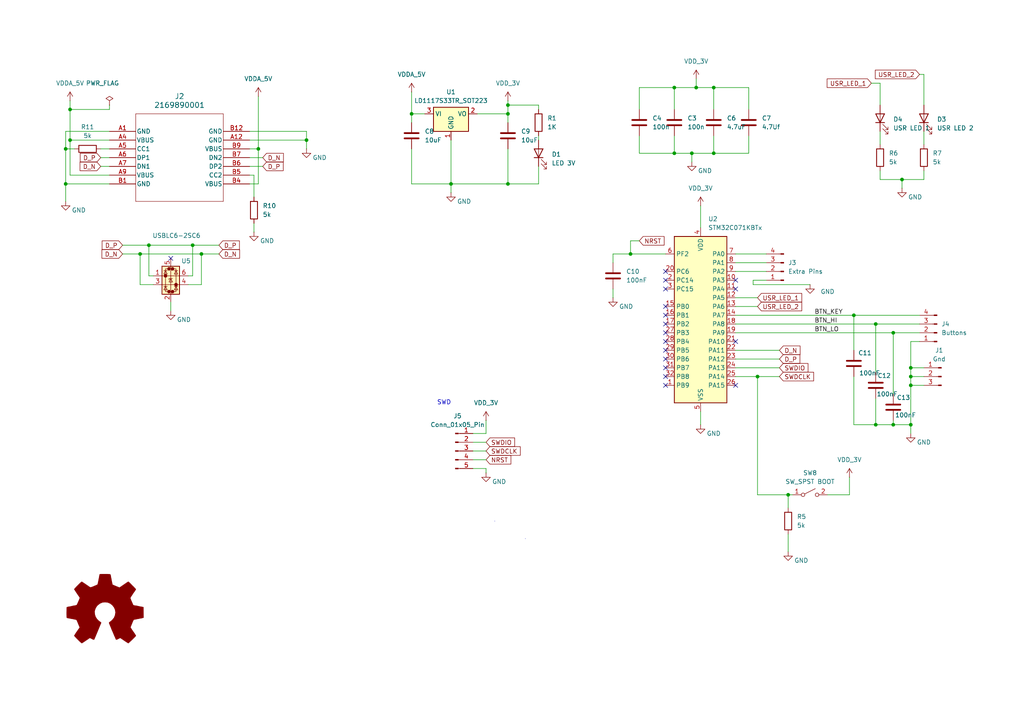
<source format=kicad_sch>
(kicad_sch (version 20231120) (generator "eeschema") (generator_version "8.0")
  (paper "A4")
  (lib_symbols
    (symbol "Connector:Conn_01x03_Pin" (pin_names (offset 1.016) hide)
      (property "Reference" "J" (at 0 5.08 0))
      (property "Value" "Conn_01x03_Pin" (at 0 -5.08 0))
      (symbol "Conn_01x03_Pin_1_1"
        (polyline (pts (xy 1.27 -2.54) (xy 0.8636 -2.54)) (stroke (width 0.1524)))
        (polyline (pts (xy 1.27 0) (xy 0.8636 0)) (stroke (width 0.1524)))
        (polyline (pts (xy 1.27 2.54) (xy 0.8636 2.54)) (stroke (width 0.1524)))
        (rectangle (start 0.8636 -2.413) (end 0 -2.667) (stroke (width 0.1524)) (fill (type outline)))
        (rectangle (start 0.8636 0.127) (end 0 -0.127) (stroke (width 0.1524)) (fill (type outline)))
        (rectangle (start 0.8636 2.667) (end 0 2.413) (stroke (width 0.1524)) (fill (type outline)))
        (pin passive line (at 5.08 2.54 180) (length 3.81) (name "Pin_1") (number "1"))
        (pin passive line (at 5.08 0 180) (length 3.81) (name "Pin_2") (number "2"))
        (pin passive line (at 5.08 -2.54 180) (length 3.81) (name "Pin_3") (number "3"))
      )
    )
    (symbol "Connector:Conn_01x04_Pin" (pin_names (offset 1.016) hide)
      (property "Reference" "J" (at 0 5.08 0))
      (property "Value" "Conn_01x04_Pin" (at 0 -7.62 0))
      (symbol "Conn_01x04_Pin_1_1"
        (polyline (pts (xy 1.27 -5.08) (xy 0.8636 -5.08)) (stroke (width 0.1524)))
        (polyline (pts (xy 1.27 -2.54) (xy 0.8636 -2.54)) (stroke (width 0.1524)))
        (polyline (pts (xy 1.27 0) (xy 0.8636 0)) (stroke (width 0.1524)))
        (polyline (pts (xy 1.27 2.54) (xy 0.8636 2.54)) (stroke (width 0.1524)))
        (rectangle (start 0.8636 -4.953) (end 0 -5.207) (stroke (width 0.1524)) (fill (type outline)))
        (rectangle (start 0.8636 -2.413) (end 0 -2.667) (stroke (width 0.1524)) (fill (type outline)))
        (rectangle (start 0.8636 0.127) (end 0 -0.127) (stroke (width 0.1524)) (fill (type outline)))
        (rectangle (start 0.8636 2.667) (end 0 2.413) (stroke (width 0.1524)) (fill (type outline)))
        (pin passive line (at 5.08 2.54 180) (length 3.81) (name "Pin_1") (number "1"))
        (pin passive line (at 5.08 0 180) (length 3.81) (name "Pin_2") (number "2"))
        (pin passive line (at 5.08 -2.54 180) (length 3.81) (name "Pin_3") (number "3"))
        (pin passive line (at 5.08 -5.08 180) (length 3.81) (name "Pin_4") (number "4"))
      )
    )
    (symbol "Connector:Conn_01x05_Pin" (pin_names (offset 1.016) hide)
      (property "Reference" "J" (at 0 7.62 0))
      (property "Value" "Conn_01x05_Pin" (at 0 -7.62 0))
      (symbol "Conn_01x05_Pin_1_1"
        (polyline (pts (xy 1.27 -5.08) (xy 0.8636 -5.08)) (stroke (width 0.1524)))
        (polyline (pts (xy 1.27 -2.54) (xy 0.8636 -2.54)) (stroke (width 0.1524)))
        (polyline (pts (xy 1.27 0) (xy 0.8636 0)) (stroke (width 0.1524)))
        (polyline (pts (xy 1.27 2.54) (xy 0.8636 2.54)) (stroke (width 0.1524)))
        (polyline (pts (xy 1.27 5.08) (xy 0.8636 5.08)) (stroke (width 0.1524)))
        (rectangle (start 0.8636 -4.953) (end 0 -5.207) (stroke (width 0.1524)) (fill (type outline)))
        (rectangle (start 0.8636 -2.413) (end 0 -2.667) (stroke (width 0.1524)) (fill (type outline)))
        (rectangle (start 0.8636 0.127) (end 0 -0.127) (stroke (width 0.1524)) (fill (type outline)))
        (rectangle (start 0.8636 2.667) (end 0 2.413) (stroke (width 0.1524)) (fill (type outline)))
        (rectangle (start 0.8636 5.207) (end 0 4.953) (stroke (width 0.1524)) (fill (type outline)))
        (pin passive line (at 5.08 5.08 180) (length 3.81) (name "Pin_1") (number "1"))
        (pin passive line (at 5.08 2.54 180) (length 3.81) (name "Pin_2") (number "2"))
        (pin passive line (at 5.08 0 180) (length 3.81) (name "Pin_3") (number "3"))
        (pin passive line (at 5.08 -2.54 180) (length 3.81) (name "Pin_4") (number "4"))
        (pin passive line (at 5.08 -5.08 180) (length 3.81) (name "Pin_5") (number "5"))
      )
    )
    (symbol "Device:C" (pin_numbers hide) (pin_names (offset 0.254))
      (property "Reference" "C" (at 0.635 2.54 0))
      (property "Value" "C" (at 0.635 -2.54 0))
      (symbol "C_0_1"
        (polyline (pts (xy -2.032 -0.762) (xy 2.032 -0.762)) (stroke (width 0.508)))
        (polyline (pts (xy -2.032 0.762) (xy 2.032 0.762)) (stroke (width 0.508)))
      )
      (symbol "C_1_1"
        (pin passive line (at 0 3.81 270) (length 2.794) (name "~") (number "1"))
        (pin passive line (at 0 -3.81 90) (length 2.794) (name "~") (number "2"))
      )
    )
    (symbol "Device:LED" (pin_numbers hide) (pin_names (offset 1.016) hide)
      (property "Reference" "D" (at 0 2.54 0))
      (property "Value" "LED" (at 0 -2.54 0))
      (symbol "LED_0_1"
        (polyline (pts (xy -1.27 -1.27) (xy -1.27 1.27)) (stroke (width 0.254)))
        (polyline (pts (xy -1.27 0) (xy 1.27 0)))
        (polyline (pts (xy 1.27 -1.27) (xy 1.27 1.27) (xy -1.27 0) (xy 1.27 -1.27)) (stroke (width 0.254)))
        (polyline (pts (xy -3.048 -0.762) (xy -4.572 -2.286) (xy -3.81 -2.286) (xy -4.572 -2.286) (xy -4.572 -1.524)))
        (polyline (pts (xy -1.778 -0.762) (xy -3.302 -2.286) (xy -2.54 -2.286) (xy -3.302 -2.286) (xy -3.302 -1.524)))
      )
      (symbol "LED_1_1"
        (pin passive line (at -3.81 0 0) (length 2.54) (name "K") (number "1"))
        (pin passive line (at 3.81 0 180) (length 2.54) (name "A") (number "2"))
      )
    )
    (symbol "Device:R" (pin_numbers hide) (pin_names (offset 0))
      (property "Reference" "R" (at 2.032 0 90))
      (property "Value" "R" (at 0 0 90))
      (symbol "R_0_1"
        (rectangle (start -1.016 -2.54) (end 1.016 2.54) (stroke (width 0.254)))
      )
      (symbol "R_1_1"
        (pin passive line (at 0 3.81 270) (length 1.27) (name "~") (number "1"))
        (pin passive line (at 0 -3.81 90) (length 1.27) (name "~") (number "2"))
      )
    )
    (symbol "Graphic:Logo_Open_Hardware_Large" (in_bom no) (on_board no)
      (symbol "Logo_Open_Hardware_Large_1_1"
        (polyline (pts (xy 6.731 -8.7122) (xy 6.6294 -8.6614) (xy 6.35 -8.4836) (xy 5.9944 -8.255) (xy 5.5372 -7.9502) (xy 5.1054 -7.6454) (xy 4.7498 -7.4168) (xy 4.4958 -7.239) (xy 4.3942 -7.1882) (xy 4.318 -7.2136) (xy 4.1148 -7.3152) (xy 3.81 -7.4676) (xy 3.6322 -7.5692) (xy 3.3528 -7.6708) (xy 3.2258 -7.6962) (xy 3.2004 -7.6708) (xy 3.0988 -7.4676) (xy 2.9464 -7.0866) (xy 2.7178 -6.604) (xy 2.4892 -6.0452) (xy 2.2352 -5.4356) (xy 1.9558 -4.826) (xy 1.7272 -4.2164) (xy 1.4986 -3.683) (xy 1.3208 -3.2512) (xy 1.2192 -2.9464) (xy 1.1684 -2.8194) (xy 1.1938 -2.794) (xy 1.3208 -2.667) (xy 1.5748 -2.4892) (xy 2.0828 -2.0574) (xy 2.6162 -1.397) (xy 2.921 -0.6604) (xy 3.048 0.1524) (xy 2.9464 0.9144) (xy 2.6416 1.6256) (xy 2.1336 2.286) (xy 1.524 2.7686) (xy 0.8128 3.0734) (xy 0 3.175) (xy -0.762 3.0988) (xy -1.4986 2.794) (xy -2.159 2.286) (xy -2.4384 1.9812) (xy -2.8194 1.3208) (xy -3.048 0.6096) (xy -3.0734 0.4318) (xy -3.0226 -0.3556) (xy -2.794 -1.0922) (xy -2.3876 -1.7526) (xy -1.8288 -2.3114) (xy -1.7526 -2.3622) (xy -1.4732 -2.5654) (xy -1.2954 -2.6924) (xy -1.1684 -2.8194) (xy -2.159 -5.207) (xy -2.3114 -5.588) (xy -2.5908 -6.2484) (xy -2.8194 -6.8072) (xy -3.0226 -7.2644) (xy -3.1496 -7.5692) (xy -3.2258 -7.6708) (xy -3.2258 -7.6962) (xy -3.302 -7.6962) (xy -3.4798 -7.6454) (xy -3.8354 -7.4676) (xy -4.0386 -7.366) (xy -4.2926 -7.239) (xy -4.4196 -7.1882) (xy -4.5212 -7.239) (xy -4.7498 -7.3914) (xy -5.1054 -7.6454) (xy -5.5372 -7.9248) (xy -5.9436 -8.2042) (xy -6.3246 -8.4582) (xy -6.604 -8.636) (xy -6.731 -8.7122) (xy -6.7564 -8.7122) (xy -6.858 -8.636) (xy -7.0866 -8.4582) (xy -7.4168 -8.1534) (xy -7.874 -7.6962) (xy -7.9502 -7.62) (xy -8.3312 -7.239) (xy -8.636 -6.9088) (xy -8.8392 -6.6802) (xy -8.9154 -6.5786) (xy -8.9154 -6.5786) (xy -8.8392 -6.4516) (xy -8.6614 -6.1722) (xy -8.4328 -5.7912) (xy -8.128 -5.3594) (xy -7.3152 -4.191) (xy -7.7724 -3.0988) (xy -7.8994 -2.7686) (xy -8.0772 -2.3622) (xy -8.2042 -2.0828) (xy -8.255 -1.9558) (xy -8.382 -1.905) (xy -8.6614 -1.8542) (xy -9.0932 -1.7526) (xy -9.6266 -1.651) (xy -10.1092 -1.5748) (xy -10.541 -1.4732) (xy -10.8712 -1.4224) (xy -11.0236 -1.397) (xy -11.049 -1.3716) (xy -11.0744 -1.2954) (xy -11.0998 -1.143) (xy -11.0998 -0.889) (xy -11.1252 -0.4572) (xy -11.1252 0.1524) (xy -11.1252 0.2286) (xy -11.0998 0.8128) (xy -11.0998 1.27) (xy -11.0744 1.5494) (xy -11.0744 1.6764) (xy -11.0744 1.6764) (xy -10.922 1.7018) (xy -10.6172 1.778) (xy -10.16 1.8542) (xy -9.652 1.9558) (xy -9.6012 1.9812) (xy -9.0932 2.0828) (xy -8.636 2.159) (xy -8.3312 2.2352) (xy -8.2042 2.286) (xy -8.1788 2.3114) (xy -8.0772 2.5146) (xy -7.9248 2.8448) (xy -7.747 3.2512) (xy -7.5692 3.6576) (xy -7.4168 4.0386) (xy -7.3152 4.318) (xy -7.2898 4.445) (xy -7.2898 4.445) (xy -7.366 4.572) (xy -7.5438 4.826) (xy -7.7978 5.207) (xy -8.128 5.6642) (xy -8.128 5.6896) (xy -8.4328 6.1468) (xy -8.6868 6.5278) (xy -8.8392 6.7818) (xy -8.9154 6.9088) (xy -8.9154 6.9088) (xy -8.8138 7.0358) (xy -8.5852 7.2898) (xy -8.255 7.6454) (xy -7.874 8.0264) (xy -7.747 8.1534) (xy -7.3152 8.5852) (xy -7.0104 8.8646) (xy -6.8326 8.9916) (xy -6.731 9.0424) (xy -6.731 9.0424) (xy -6.604 8.9408) (xy -6.3246 8.763) (xy -5.9436 8.509) (xy -5.4864 8.2042) (xy -5.461 8.1788) (xy -5.0038 7.874) (xy -4.6482 7.62) (xy -4.3688 7.4422) (xy -4.2672 7.3914) (xy -4.2418 7.3914) (xy -4.064 7.4422) (xy -3.7338 7.5438) (xy -3.3528 7.6962) (xy -2.9464 7.874) (xy -2.5654 8.0264) (xy -2.286 8.1534) (xy -2.159 8.2296) (xy -2.159 8.2296) (xy -2.1082 8.382) (xy -2.032 8.7122) (xy -1.9304 9.1694) (xy -1.8288 9.7282) (xy -1.8034 9.8044) (xy -1.7018 10.3378) (xy -1.6256 10.7696) (xy -1.5748 11.0744) (xy -1.524 11.2014) (xy -1.4478 11.2268) (xy -1.1938 11.2522) (xy -0.8128 11.2522) (xy -0.3302 11.2522) (xy 0.1524 11.2522) (xy 0.6604 11.2522) (xy 1.0668 11.2268) (xy 1.3716 11.2014) (xy 1.4986 11.176) (xy 1.4986 11.176) (xy 1.5494 11.0236) (xy 1.6256 10.6934) (xy 1.7018 10.2108) (xy 1.8288 9.6774) (xy 1.8288 9.5758) (xy 1.9304 9.0424) (xy 2.032 8.6106) (xy 2.0828 8.3058) (xy 2.1336 8.2042) (xy 2.159 8.1788) (xy 2.3876 8.0772) (xy 2.7432 7.9248) (xy 3.175 7.747) (xy 4.191 7.3406) (xy 5.461 8.2042) (xy 5.5626 8.2804) (xy 6.0198 8.5852) (xy 6.3754 8.8392) (xy 6.6294 8.9916) (xy 6.7564 9.0424) (xy 6.7564 9.0424) (xy 6.8834 8.9408) (xy 7.1374 8.7122) (xy 7.4676 8.382) (xy 7.8486 7.9756) (xy 8.1534 7.6962) (xy 8.4836 7.3406) (xy 8.7122 7.112) (xy 8.8392 6.9596) (xy 8.8646 6.858) (xy 8.8646 6.8072) (xy 8.7884 6.6802) (xy 8.6106 6.4008) (xy 8.3312 6.0198) (xy 8.0264 5.588) (xy 7.7978 5.207) (xy 7.5184 4.8006) (xy 7.3406 4.4958) (xy 7.2898 4.3434) (xy 7.2898 4.2926) (xy 7.3914 4.0386) (xy 7.5184 3.683) (xy 7.7216 3.2258) (xy 8.1534 2.2352) (xy 8.7884 2.1082) (xy 9.1948 2.0574) (xy 9.7536 1.9304) (xy 10.2616 1.8288) (xy 11.0998 1.6764) (xy 11.1252 -1.3208) (xy 10.9982 -1.3716) (xy 10.8712 -1.397) (xy 10.5664 -1.4732) (xy 10.1346 -1.5494) (xy 9.6266 -1.651) (xy 9.1948 -1.7272) (xy 8.7376 -1.8288) (xy 8.4328 -1.8796) (xy 8.2804 -1.905) (xy 8.255 -1.9558) (xy 8.1534 -2.159) (xy 7.9756 -2.5146) (xy 7.8232 -2.921) (xy 7.6454 -3.3274) (xy 7.493 -3.7338) (xy 7.366 -4.0132) (xy 7.3406 -4.191) (xy 7.3914 -4.2926) (xy 7.5692 -4.5466) (xy 7.7978 -4.9276) (xy 8.1026 -5.3594) (xy 8.4074 -5.7912) (xy 8.6614 -6.1722) (xy 8.8138 -6.4262) (xy 8.89 -6.5532) (xy 8.8646 -6.6548) (xy 8.6868 -6.858) (xy 8.3566 -7.1882) (xy 7.874 -7.6708) (xy 7.7978 -7.747) (xy 7.3914 -8.128) (xy 7.0612 -8.4328) (xy 6.8326 -8.636) (xy 6.731 -8.7122)) (fill (type outline)))
      )
    )
    (symbol "MCU_ST_STM32C0:STM32C071KBTx"
      (property "Reference" "U" (at -7.62 26.67 0))
      (property "Value" "STM32C071KBTx" (at 2.54 26.67 0))
      (symbol "STM32C071KBTx_0_1"
        (rectangle (start -7.62 -22.86) (end 7.62 25.4) (stroke (width 0.254)) (fill (type background)))
      )
      (symbol "STM32C071KBTx_1_1"
        (pin bidirectional line (at -10.16 -17.78 0) (length 2.54) (name "PB9") (number "1"))
        (pin bidirectional line (at 10.16 12.7 180) (length 2.54) (name "PA3") (number "10"))
        (pin bidirectional line (at 10.16 10.16 180) (length 2.54) (name "PA4") (number "11"))
        (pin bidirectional line (at 10.16 7.62 180) (length 2.54) (name "PA5") (number "12"))
        (pin bidirectional line (at 10.16 5.08 180) (length 2.54) (name "PA6") (number "13"))
        (pin bidirectional line (at 10.16 2.54 180) (length 2.54) (name "PA7") (number "14"))
        (pin bidirectional line (at -10.16 5.08 0) (length 2.54) (name "PB0") (number "15"))
        (pin bidirectional line (at -10.16 2.54 0) (length 2.54) (name "PB1") (number "16"))
        (pin bidirectional line (at -10.16 0 0) (length 2.54) (name "PB2") (number "17"))
        (pin bidirectional line (at 10.16 0 180) (length 2.54) (name "PA8") (number "18"))
        (pin bidirectional line (at 10.16 -2.54 180) (length 2.54) (name "PA9") (number "19"))
        (pin bidirectional line (at -10.16 12.7 0) (length 2.54) (name "PC14") (number "2"))
        (pin bidirectional line (at -10.16 15.24 0) (length 2.54) (name "PC6") (number "20"))
        (pin bidirectional line (at 10.16 -5.08 180) (length 2.54) (name "PA10") (number "21"))
        (pin bidirectional line (at 10.16 -7.62 180) (length 2.54) (name "PA11") (number "22"))
        (pin bidirectional line (at 10.16 -10.16 180) (length 2.54) (name "PA12") (number "23"))
        (pin bidirectional line (at 10.16 -12.7 180) (length 2.54) (name "PA13") (number "24"))
        (pin bidirectional line (at 10.16 -15.24 180) (length 2.54) (name "PA14") (number "25"))
        (pin bidirectional line (at 10.16 -17.78 180) (length 2.54) (name "PA15") (number "26"))
        (pin bidirectional line (at -10.16 -2.54 0) (length 2.54) (name "PB3") (number "27"))
        (pin bidirectional line (at -10.16 -5.08 0) (length 2.54) (name "PB4") (number "28"))
        (pin bidirectional line (at -10.16 -7.62 0) (length 2.54) (name "PB5") (number "29"))
        (pin bidirectional line (at -10.16 10.16 0) (length 2.54) (name "PC15") (number "3"))
        (pin bidirectional line (at -10.16 -10.16 0) (length 2.54) (name "PB6") (number "30"))
        (pin bidirectional line (at -10.16 -12.7 0) (length 2.54) (name "PB7") (number "31"))
        (pin bidirectional line (at -10.16 -15.24 0) (length 2.54) (name "PB8") (number "32"))
        (pin power_in line (at 0 27.94 270) (length 2.54) (name "VDD") (number "4"))
        (pin power_in line (at 0 -25.4 90) (length 2.54) (name "VSS") (number "5"))
        (pin bidirectional line (at -10.16 20.32 0) (length 2.54) (name "PF2") (number "6"))
        (pin bidirectional line (at 10.16 20.32 180) (length 2.54) (name "PA0") (number "7"))
        (pin bidirectional line (at 10.16 17.78 180) (length 2.54) (name "PA1") (number "8"))
        (pin bidirectional line (at 10.16 15.24 180) (length 2.54) (name "PA2") (number "9"))
      )
    )
    (symbol "Power_Protection:USBLC6-2SC6" (pin_names hide)
      (property "Reference" "U" (at 0.635 5.715 0))
      (property "Value" "USBLC6-2SC6" (at 0.635 3.81 0))
      (symbol "USBLC6-2SC6_0_0"
        (circle (center -1.524 0) (radius 0.0001) (stroke (width 0.508)))
        (circle (center -0.508 -4.572) (radius 0.0001) (stroke (width 0.508)))
        (circle (center -0.508 2.032) (radius 0.0001) (stroke (width 0.508)))
        (circle (center 0.508 -4.572) (radius 0.0001) (stroke (width 0.508)))
        (circle (center 0.508 2.032) (radius 0.0001) (stroke (width 0.508)))
        (circle (center 1.524 -2.54) (radius 0.0001) (stroke (width 0.508)))
      )
      (symbol "USBLC6-2SC6_0_1"
        (polyline (pts (xy -2.54 -2.54) (xy 2.54 -2.54)))
        (polyline (pts (xy -2.54 0) (xy 2.54 0)))
        (polyline (pts (xy -2.032 -3.048) (xy -1.016 -3.048)))
        (polyline (pts (xy -1.016 1.524) (xy -2.032 1.524)))
        (polyline (pts (xy 1.016 -3.048) (xy 2.032 -3.048)))
        (polyline (pts (xy 1.016 1.524) (xy 2.032 1.524)))
        (polyline (pts (xy -0.508 -1.143) (xy -0.508 -0.762) (xy 0.508 -0.762)))
        (polyline (pts (xy -2.032 0.508) (xy -1.016 0.508) (xy -1.524 1.524) (xy -2.032 0.508)))
        (polyline (pts (xy -1.016 -4.064) (xy -2.032 -4.064) (xy -1.524 -3.048) (xy -1.016 -4.064)))
        (polyline (pts (xy 0.508 -1.778) (xy -0.508 -1.778) (xy 0 -0.762) (xy 0.508 -1.778)))
        (polyline (pts (xy 2.032 -4.064) (xy 1.016 -4.064) (xy 1.524 -3.048) (xy 2.032 -4.064)))
        (polyline (pts (xy 2.032 0.508) (xy 1.016 0.508) (xy 1.524 1.524) (xy 2.032 0.508)))
        (polyline (pts (xy 0 2.54) (xy -0.508 2.032) (xy 0.508 2.032) (xy 0 1.524) (xy 0 -4.064) (xy -0.508 -4.572) (xy 0.508 -4.572) (xy 0 -5.08)))
      )
      (symbol "USBLC6-2SC6_1_1"
        (rectangle (start -2.54 2.794) (end 2.54 -5.334) (stroke (width 0.254)) (fill (type background)))
        (polyline (pts (xy -0.508 2.032) (xy -1.524 2.032) (xy -1.524 -4.572) (xy -0.508 -4.572)))
        (polyline (pts (xy 0.508 -4.572) (xy 1.524 -4.572) (xy 1.524 2.032) (xy 0.508 2.032)))
        (pin passive line (at -5.08 0 0) (length 2.54) (name "I/O1") (number "1"))
        (pin passive line (at 0 -7.62 90) (length 2.54) (name "GND") (number "2"))
        (pin passive line (at -5.08 -2.54 0) (length 2.54) (name "I/O2") (number "3"))
        (pin passive line (at 5.08 -2.54 180) (length 2.54) (name "I/O2") (number "4"))
        (pin passive line (at 0 5.08 270) (length 2.54) (name "VBUS") (number "5"))
        (pin passive line (at 5.08 0 180) (length 2.54) (name "I/O1") (number "6"))
      )
    )
    (symbol "Regulator_Linear:LD1117S33TR_SOT223"
      (property "Reference" "U" (at -3.81 3.175 0))
      (property "Value" "LD1117S33TR_SOT223" (at 0 3.175 0))
      (symbol "LD1117S33TR_SOT223_0_1"
        (rectangle (start -5.08 -5.08) (end 5.08 1.905) (stroke (width 0.254)) (fill (type background)))
      )
      (symbol "LD1117S33TR_SOT223_1_1"
        (pin power_in line (at 0 -7.62 90) (length 2.54) (name "GND") (number "1"))
        (pin power_out line (at 7.62 0 180) (length 2.54) (name "VO") (number "2"))
        (pin power_in line (at -7.62 0 0) (length 2.54) (name "VI") (number "3"))
      )
    )
    (symbol "Switch:SW_SPST" (pin_names (offset 0) hide)
      (property "Reference" "SW" (at 0 3.175 0))
      (property "Value" "SW_SPST" (at 0 -2.54 0))
      (symbol "SW_SPST_0_0"
        (circle (center -2.032 0) (radius 0.508))
        (polyline (pts (xy -1.524 0.254) (xy 1.524 1.778)))
        (circle (center 2.032 0) (radius 0.508))
      )
      (symbol "SW_SPST_1_1"
        (pin passive line (at -5.08 0 0) (length 2.54) (name "A") (number "1"))
        (pin passive line (at 5.08 0 180) (length 2.54) (name "B") (number "2"))
      )
    )
    (symbol "USB Connector:2169890001" (pin_names (offset 0.254))
      (property "Reference" "J" (at 20.32 10.16 0))
      (property "Value" "2169890001" (at 20.32 7.62 0))
      (symbol "2169890001_0_1"
        (polyline (pts (xy 7.62 -20.32) (xy 33.02 -20.32)) (stroke (width 0.127)))
        (polyline (pts (xy 7.62 5.08) (xy 7.62 -20.32)) (stroke (width 0.127)))
        (polyline (pts (xy 33.02 -20.32) (xy 33.02 5.08)) (stroke (width 0.127)))
        (polyline (pts (xy 33.02 5.08) (xy 7.62 5.08)) (stroke (width 0.127)))
        (pin power_out line (at 0 0 0) (length 7.62) (name "GND") (number "A1"))
        (pin power_out line (at 40.64 -2.54 180) (length 7.62) (name "GND") (number "A12"))
        (pin power_in line (at 0 -2.54 0) (length 7.62) (name "VBUS") (number "A4"))
        (pin bidirectional line (at 0 -5.08 0) (length 7.62) (name "CC1") (number "A5"))
        (pin bidirectional line (at 0 -7.62 0) (length 7.62) (name "DP1") (number "A6"))
        (pin bidirectional line (at 0 -10.16 0) (length 7.62) (name "DN1") (number "A7"))
        (pin power_in line (at 0 -12.7 0) (length 7.62) (name "VBUS") (number "A9"))
        (pin power_out line (at 0 -15.24 0) (length 7.62) (name "GND") (number "B1"))
        (pin power_out line (at 40.64 0 180) (length 7.62) (name "GND") (number "B12"))
        (pin power_in line (at 40.64 -15.24 180) (length 7.62) (name "VBUS") (number "B4"))
        (pin bidirectional line (at 40.64 -12.7 180) (length 7.62) (name "CC2") (number "B5"))
        (pin bidirectional line (at 40.64 -10.16 180) (length 7.62) (name "DP2") (number "B6"))
        (pin bidirectional line (at 40.64 -7.62 180) (length 7.62) (name "DN2") (number "B7"))
        (pin power_in line (at 40.64 -5.08 180) (length 7.62) (name "VBUS") (number "B9"))
      )
    )
    (symbol "power:GND" (power) (pin_numbers hide) (pin_names (offset 0) hide)
      (property "Value" "GND" (at 0 -3.81 0))
      (symbol "GND_0_1"
        (polyline (pts (xy 0 0) (xy 0 -1.27) (xy 1.27 -1.27) (xy 0 -2.54) (xy -1.27 -1.27) (xy 0 -1.27)))
      )
      (symbol "GND_1_1"
        (pin power_in line (at 0 0 270) (length 0) (name "~") (number "1"))
      )
    )
    (symbol "power:PWR_FLAG" (power) (pin_numbers hide) (pin_names (offset 0) hide)
      (property "Value" "PWR_FLAG" (at 0 3.81 0))
      (symbol "PWR_FLAG_0_0"
        (pin power_out line (at 0 0 90) (length 0) (name "~") (number "1"))
      )
      (symbol "PWR_FLAG_0_1"
        (polyline (pts (xy 0 0) (xy 0 1.27) (xy -1.016 1.905) (xy 0 2.54) (xy 1.016 1.905) (xy 0 1.27)))
      )
    )
    (symbol "power:VDD" (power) (pin_numbers hide) (pin_names (offset 0) hide)
      (property "Value" "VDD" (at 0 3.556 0))
      (symbol "VDD_0_1"
        (polyline (pts (xy -0.762 1.27) (xy 0 2.54)))
        (polyline (pts (xy 0 0) (xy 0 2.54)))
        (polyline (pts (xy 0 2.54) (xy 0.762 1.27)))
      )
      (symbol "VDD_1_1"
        (pin power_in line (at 0 0 90) (length 0) (name "~") (number "1"))
      )
    )
    (symbol "power:VDDA" (power) (pin_numbers hide) (pin_names (offset 0) hide)
      (property "Value" "VDDA" (at 0 3.556 0))
      (symbol "VDDA_0_1"
        (polyline (pts (xy -0.762 1.27) (xy 0 2.54)))
        (polyline (pts (xy 0 0) (xy 0 2.54)))
        (polyline (pts (xy 0 2.54) (xy 0.762 1.27)))
      )
      (symbol "VDDA_1_1"
        (pin power_in line (at 0 0 90) (length 0) (name "~") (number "1"))
      )
    )
  )
  (junction (at 254 123.19))
  (junction (at 200.66 44.45))
  (junction (at 20.32 31.75))
  (junction (at 55.88 71.12))
  (junction (at 264.16 109.22))
  (junction (at 119.38 33.02))
  (junction (at 195.58 44.45))
  (junction (at 19.05 53.34))
  (junction (at 264.16 106.68))
  (junction (at 247.65 91.44))
  (junction (at 195.58 25.4))
  (junction (at 182.88 73.66))
  (junction (at 207.01 44.45))
  (junction (at 74.93 43.18))
  (junction (at 201.93 25.4))
  (junction (at 264.16 111.76))
  (junction (at 261.62 52.07))
  (junction (at 20.32 40.64))
  (junction (at 207.01 25.4))
  (junction (at 147.32 30.48))
  (junction (at 254 93.98))
  (junction (at 88.9 40.64))
  (junction (at 147.32 53.34))
  (junction (at 40.64 73.66))
  (junction (at 259.08 123.19))
  (junction (at 228.6 143.51))
  (junction (at 259.08 96.52))
  (junction (at 219.71 109.22))
  (junction (at 58.42 73.66))
  (junction (at 147.32 33.02))
  (junction (at 264.16 123.19))
  (junction (at 19.05 43.18))
  (junction (at 130.81 53.34))
  (junction (at 43.18 71.12))
  (no_connect (at 213.36 83.82))
  (no_connect (at 193.04 101.6))
  (no_connect (at 193.04 104.14))
  (no_connect (at 213.36 99.06))
  (no_connect (at 193.04 99.06))
  (no_connect (at 193.04 81.28))
  (no_connect (at 193.04 109.22))
  (no_connect (at 193.04 88.9))
  (no_connect (at 193.04 111.76))
  (no_connect (at 193.04 93.98))
  (no_connect (at 49.53 74.93))
  (no_connect (at 213.36 111.76))
  (no_connect (at 193.04 91.44))
  (no_connect (at 193.04 96.52))
  (no_connect (at 193.04 78.74))
  (no_connect (at 213.36 81.28))
  (no_connect (at 193.04 83.82))
  (no_connect (at 193.04 106.68))
  (wire (pts (xy 185.42 69.85) (xy 182.88 69.85)))
  (wire (pts (xy 207.01 25.4) (xy 217.17 25.4)))
  (wire (pts (xy 264.16 106.68) (xy 267.97 106.68)))
  (wire (pts (xy 147.32 33.02) (xy 147.32 35.56)))
  (wire (pts (xy 201.93 22.86) (xy 201.93 25.4)))
  (wire (pts (xy 137.16 135.89) (xy 140.97 135.89)))
  (wire (pts (xy 88.9 40.64) (xy 88.9 43.18)))
  (wire (pts (xy 74.93 53.34) (xy 74.93 43.18)))
  (wire (pts (xy 72.39 53.34) (xy 74.93 53.34)))
  (wire (pts (xy 147.32 33.02) (xy 147.32 30.48)))
  (wire (pts (xy 213.36 78.74) (xy 222.25 78.74)))
  (wire (pts (xy 217.17 25.4) (xy 217.17 31.75)))
  (wire (pts (xy 29.21 43.18) (xy 31.75 43.18)))
  (wire (pts (xy 147.32 43.18) (xy 147.32 53.34)))
  (wire (pts (xy 182.88 73.66) (xy 193.04 73.66)))
  (wire (pts (xy 72.39 38.1) (xy 88.9 38.1)))
  (wire (pts (xy 264.16 111.76) (xy 267.97 111.76)))
  (wire (pts (xy 29.21 48.26) (xy 31.75 48.26)))
  (wire (pts (xy 156.21 30.48) (xy 156.21 31.75)))
  (wire (pts (xy 137.16 125.73) (xy 140.97 125.73)))
  (wire (pts (xy 200.66 44.45) (xy 207.01 44.45)))
  (wire (pts (xy 147.32 30.48) (xy 156.21 30.48)))
  (wire (pts (xy 267.97 52.07) (xy 267.97 49.53)))
  (wire (pts (xy 267.97 21.59) (xy 267.97 30.48)))
  (wire (pts (xy 213.36 91.44) (xy 247.65 91.44)))
  (wire (pts (xy 156.21 48.26) (xy 156.21 53.34)))
  (wire (pts (xy 255.27 49.53) (xy 255.27 52.07)))
  (wire (pts (xy 137.16 130.81) (xy 140.97 130.81)))
  (wire (pts (xy 264.16 109.22) (xy 267.97 109.22)))
  (wire (pts (xy 261.62 52.07) (xy 267.97 52.07)))
  (wire (pts (xy 240.03 143.51) (xy 246.38 143.51)))
  (wire (pts (xy 185.42 44.45) (xy 195.58 44.45)))
  (wire (pts (xy 213.36 106.68) (xy 226.06 106.68)))
  (wire (pts (xy 29.21 45.72) (xy 31.75 45.72)))
  (wire (pts (xy 44.45 82.55) (xy 40.64 82.55)))
  (wire (pts (xy 119.38 33.02) (xy 119.38 35.56)))
  (wire (pts (xy 213.36 104.14) (xy 226.06 104.14)))
  (wire (pts (xy 73.66 50.8) (xy 73.66 57.15)))
  (wire (pts (xy 19.05 43.18) (xy 21.59 43.18)))
  (wire (pts (xy 20.32 50.8) (xy 20.32 40.64)))
  (wire (pts (xy 207.01 39.37) (xy 207.01 44.45)))
  (wire (pts (xy 54.61 80.01) (xy 55.88 80.01)))
  (wire (pts (xy 200.66 44.45) (xy 200.66 46.99)))
  (wire (pts (xy 140.97 125.73) (xy 140.97 121.92)))
  (wire (pts (xy 156.21 53.34) (xy 147.32 53.34)))
  (wire (pts (xy 213.36 73.66) (xy 222.25 73.66)))
  (wire (pts (xy 20.32 31.75) (xy 20.32 29.21)))
  (wire (pts (xy 219.71 109.22) (xy 219.71 143.51)))
  (wire (pts (xy 31.75 30.48) (xy 31.75 31.75)))
  (wire (pts (xy 228.6 143.51) (xy 229.87 143.51)))
  (wire (pts (xy 203.2 59.69) (xy 203.2 66.04)))
  (wire (pts (xy 19.05 53.34) (xy 19.05 58.42)))
  (wire (pts (xy 58.42 73.66) (xy 63.5 73.66)))
  (wire (pts (xy 259.08 96.52) (xy 266.7 96.52)))
  (wire (pts (xy 55.88 80.01) (xy 55.88 71.12)))
  (wire (pts (xy 195.58 39.37) (xy 195.58 44.45)))
  (wire (pts (xy 213.36 109.22) (xy 219.71 109.22)))
  (wire (pts (xy 72.39 43.18) (xy 74.93 43.18)))
  (wire (pts (xy 255.27 52.07) (xy 261.62 52.07)))
  (wire (pts (xy 207.01 25.4) (xy 207.01 31.75)))
  (wire (pts (xy 123.19 33.02) (xy 119.38 33.02)))
  (wire (pts (xy 185.42 25.4) (xy 195.58 25.4)))
  (wire (pts (xy 119.38 26.67) (xy 119.38 33.02)))
  (wire (pts (xy 219.71 143.51) (xy 228.6 143.51)))
  (wire (pts (xy 182.88 69.85) (xy 182.88 73.66)))
  (wire (pts (xy 43.18 80.01) (xy 44.45 80.01)))
  (wire (pts (xy 246.38 143.51) (xy 246.38 138.43)))
  (wire (pts (xy 254 123.19) (xy 259.08 123.19)))
  (wire (pts (xy 72.39 45.72) (xy 76.2 45.72)))
  (wire (pts (xy 247.65 123.19) (xy 254 123.19)))
  (wire (pts (xy 213.36 101.6) (xy 226.06 101.6)))
  (wire (pts (xy 228.6 147.32) (xy 228.6 143.51)))
  (wire (pts (xy 43.18 71.12) (xy 43.18 80.01)))
  (wire (pts (xy 35.56 71.12) (xy 43.18 71.12)))
  (wire (pts (xy 247.65 91.44) (xy 266.7 91.44)))
  (wire (pts (xy 185.42 39.37) (xy 185.42 44.45)))
  (wire (pts (xy 264.16 106.68) (xy 264.16 99.06)))
  (wire (pts (xy 130.81 40.64) (xy 130.81 53.34)))
  (wire (pts (xy 234.95 82.55) (xy 218.44 82.55)))
  (wire (pts (xy 267.97 38.1) (xy 267.97 41.91)))
  (wire (pts (xy 54.61 82.55) (xy 58.42 82.55)))
  (wire (pts (xy 73.66 50.8) (xy 72.39 50.8)))
  (wire (pts (xy 247.65 123.19) (xy 247.65 109.22)))
  (wire (pts (xy 156.21 39.37) (xy 156.21 40.64)))
  (wire (pts (xy 264.16 109.22) (xy 264.16 106.68)))
  (wire (pts (xy 195.58 44.45) (xy 200.66 44.45)))
  (wire (pts (xy 20.32 50.8) (xy 31.75 50.8)))
  (wire (pts (xy 137.16 128.27) (xy 140.97 128.27)))
  (wire (pts (xy 217.17 44.45) (xy 217.17 39.37)))
  (wire (pts (xy 213.36 93.98) (xy 254 93.98)))
  (wire (pts (xy 55.88 71.12) (xy 63.5 71.12)))
  (wire (pts (xy 74.93 43.18) (xy 74.93 27.94)))
  (wire (pts (xy 137.16 133.35) (xy 140.97 133.35)))
  (wire (pts (xy 201.93 25.4) (xy 207.01 25.4)))
  (wire (pts (xy 138.43 33.02) (xy 147.32 33.02)))
  (wire (pts (xy 218.44 82.55) (xy 218.44 81.28)))
  (wire (pts (xy 130.81 53.34) (xy 119.38 53.34)))
  (wire (pts (xy 254 115.57) (xy 254 123.19)))
  (wire (pts (xy 252.73 24.13) (xy 255.27 24.13)))
  (wire (pts (xy 261.62 52.07) (xy 261.62 54.61)))
  (wire (pts (xy 20.32 40.64) (xy 20.32 31.75)))
  (wire (pts (xy 177.8 73.66) (xy 177.8 76.2)))
  (wire (pts (xy 259.08 121.92) (xy 259.08 123.19)))
  (wire (pts (xy 130.81 53.34) (xy 130.81 55.88)))
  (wire (pts (xy 264.16 125.73) (xy 264.16 123.19)))
  (wire (pts (xy 119.38 53.34) (xy 119.38 43.18)))
  (wire (pts (xy 247.65 91.44) (xy 247.65 101.6)))
  (wire (pts (xy 255.27 38.1) (xy 255.27 41.91)))
  (wire (pts (xy 72.39 40.64) (xy 88.9 40.64)))
  (wire (pts (xy 58.42 73.66) (xy 58.42 82.55)))
  (wire (pts (xy 203.2 119.38) (xy 203.2 123.19)))
  (wire (pts (xy 147.32 30.48) (xy 147.32 29.21)))
  (wire (pts (xy 177.8 73.66) (xy 182.88 73.66)))
  (wire (pts (xy 259.08 96.52) (xy 259.08 114.3)))
  (wire (pts (xy 219.71 109.22) (xy 226.06 109.22)))
  (wire (pts (xy 19.05 53.34) (xy 31.75 53.34)))
  (wire (pts (xy 40.64 73.66) (xy 58.42 73.66)))
  (wire (pts (xy 213.36 76.2) (xy 222.25 76.2)))
  (wire (pts (xy 140.97 135.89) (xy 140.97 137.16)))
  (wire (pts (xy 195.58 25.4) (xy 195.58 31.75)))
  (wire (pts (xy 185.42 31.75) (xy 185.42 25.4)))
  (wire (pts (xy 264.16 99.06) (xy 266.7 99.06)))
  (wire (pts (xy 19.05 43.18) (xy 19.05 53.34)))
  (wire (pts (xy 259.08 123.19) (xy 264.16 123.19)))
  (wire (pts (xy 20.32 40.64) (xy 31.75 40.64)))
  (wire (pts (xy 88.9 38.1) (xy 88.9 40.64)))
  (wire (pts (xy 72.39 48.26) (xy 76.2 48.26)))
  (wire (pts (xy 130.81 53.34) (xy 147.32 53.34)))
  (wire (pts (xy 264.16 123.19) (xy 264.16 111.76)))
  (wire (pts (xy 19.05 38.1) (xy 31.75 38.1)))
  (wire (pts (xy 43.18 71.12) (xy 55.88 71.12)))
  (wire (pts (xy 213.36 96.52) (xy 259.08 96.52)))
  (wire (pts (xy 255.27 24.13) (xy 255.27 30.48)))
  (wire (pts (xy 213.36 86.36) (xy 219.71 86.36)))
  (wire (pts (xy 254 93.98) (xy 254 107.95)))
  (wire (pts (xy 40.64 82.55) (xy 40.64 73.66)))
  (wire (pts (xy 213.36 88.9) (xy 219.71 88.9)))
  (wire (pts (xy 195.58 25.4) (xy 201.93 25.4)))
  (wire (pts (xy 19.05 38.1) (xy 19.05 43.18)))
  (wire (pts (xy 254 93.98) (xy 266.7 93.98)))
  (wire (pts (xy 49.53 87.63) (xy 49.53 90.17)))
  (wire (pts (xy 218.44 81.28) (xy 222.25 81.28)))
  (wire (pts (xy 31.75 31.75) (xy 20.32 31.75)))
  (wire (pts (xy 264.16 111.76) (xy 264.16 109.22)))
  (wire (pts (xy 228.6 154.94) (xy 228.6 160.02)))
  (wire (pts (xy 35.56 73.66) (xy 40.64 73.66)))
  (wire (pts (xy 207.01 44.45) (xy 217.17 44.45)))
  (wire (pts (xy 73.66 64.77) (xy 73.66 67.31)))
  (wire (pts (xy 177.8 86.36) (xy 177.8 83.82)))
  (wire (pts (xy 266.7 21.59) (xy 267.97 21.59)))
  (rectangle (start 152.4 156.21) (end 152.4 156.21))
  (rectangle (start 143.51 151.13) (end 143.51 151.13))
  (text "SWD \n" (at 129.286 116.84 0) (effects (font (size 1.27 1.27))))
  (label "BTN_HI" (at 236.22 93.98 0))
  (label "BTN_LO" (at 236.22 96.52 0))
  (label "BTN_KEY" (at 236.22 91.44 0))
  (global_label "D_P" (shape input) (at 29.21 45.72 180) (property "Intersheetrefs" "${INTERSHEET_REFS}" (effects (hide yes))))
  (global_label "SWDIO" (shape input) (at 140.97 128.27 0) (property "Intersheetrefs" "${INTERSHEET_REFS}" (effects (hide yes))))
  (global_label "D_P" (shape input) (at 76.2 48.26 0) (property "Intersheetrefs" "${INTERSHEET_REFS}" (effects (hide yes))))
  (global_label "D_N" (shape input) (at 29.21 48.26 180) (property "Intersheetrefs" "${INTERSHEET_REFS}" (effects (hide yes))))
  (global_label "USR_LED_2" (shape input) (at 219.71 88.9 0) (property "Intersheetrefs" "${INTERSHEET_REFS}" (effects (hide yes))))
  (global_label "D_N" (shape input) (at 76.2 45.72 0) (property "Intersheetrefs" "${INTERSHEET_REFS}" (effects (hide yes))))
  (global_label "NRST" (shape input) (at 185.42 69.85 0) (property "Intersheetrefs" "${INTERSHEET_REFS}" (effects (hide yes))))
  (global_label "D_P" (shape input) (at 226.06 104.14 0) (property "Intersheetrefs" "${INTERSHEET_REFS}" (effects (hide yes))))
  (global_label "D_N" (shape input) (at 35.56 73.66 180) (property "Intersheetrefs" "${INTERSHEET_REFS}" (effects (hide yes))))
  (global_label "USR_LED_1" (shape input) (at 219.71 86.36 0) (property "Intersheetrefs" "${INTERSHEET_REFS}" (effects (hide yes))))
  (global_label "D_P" (shape input) (at 63.5 71.12 0) (property "Intersheetrefs" "${INTERSHEET_REFS}" (effects (hide yes))))
  (global_label "D_P" (shape input) (at 35.56 71.12 180) (property "Intersheetrefs" "${INTERSHEET_REFS}" (effects (hide yes))))
  (global_label "NRST" (shape input) (at 140.97 133.35 0) (property "Intersheetrefs" "${INTERSHEET_REFS}" (effects (hide yes))))
  (global_label "SWDCLK" (shape input) (at 226.06 109.22 0) (property "Intersheetrefs" "${INTERSHEET_REFS}" (effects (hide yes))))
  (global_label "USR_LED_2" (shape input) (at 266.7 21.59 180) (property "Intersheetrefs" "${INTERSHEET_REFS}" (effects (hide yes))))
  (global_label "SWDCLK" (shape input) (at 140.97 130.81 0) (property "Intersheetrefs" "${INTERSHEET_REFS}" (effects (hide yes))))
  (global_label "SWDIO" (shape input) (at 226.06 106.68 0) (property "Intersheetrefs" "${INTERSHEET_REFS}" (effects (hide yes))))
  (global_label "D_N" (shape input) (at 63.5 73.66 0) (property "Intersheetrefs" "${INTERSHEET_REFS}" (effects (hide yes))))
  (global_label "USR_LED_1" (shape input) (at 252.73 24.13 180) (property "Intersheetrefs" "${INTERSHEET_REFS}" (effects (hide yes))))
  (global_label "D_N" (shape input) (at 226.06 101.6 0) (property "Intersheetrefs" "${INTERSHEET_REFS}" (effects (hide yes))))
  (symbol (lib_id "Regulator_Linear:LD1117S33TR_SOT223") (at 130.81 33.02 0) (unit 1)
    (property "Reference" "U1" (at 130.81 26.67 0))
    (property "Value" "LD1117S33TR_SOT223" (at 130.81 29.21 0))
    (property "Footprint" "Package_TO_SOT_SMD:SOT-223-3_TabPin2" (effects (hide yes)))
    (property "Datasheet" "http://www.st.com/st-web-ui/static/active/en/resource/technical/document/datasheet/CD00000544.pdf" (effects (hide yes)))
    (property "Description" "800mA Fixed Low Drop Positive Voltage Regulator, Fixed Output 3.3V, SOT-223" (effects (hide yes)))
  )
  (symbol (lib_id "Device:C") (at 207.01 35.56 0) (unit 1)
    (property "Reference" "C6" (at 210.82 34.2899 0) (effects (justify left)))
    (property "Value" "4.7uF" (at 210.82 36.8299 0) (effects (justify left)))
    (property "Footprint" "Capacitor_SMD:C_0805_2012Metric_Pad1.18x1.45mm_HandSolder" (effects (hide yes)))
    (property "Description" "Unpolarized capacitor" (effects (hide yes)))
  )
  (symbol (lib_id "Device:C") (at 217.17 35.56 0) (unit 1)
    (property "Reference" "C7" (at 220.98 34.2899 0) (effects (justify left)))
    (property "Value" "4.7Uf" (at 220.98 36.8299 0) (effects (justify left)))
    (property "Footprint" "Capacitor_SMD:C_0805_2012Metric_Pad1.18x1.45mm_HandSolder" (effects (hide yes)))
    (property "Description" "Unpolarized capacitor" (effects (hide yes)))
  )
  (symbol (lib_id "Device:R") (at 25.4 43.18 270) (unit 1)
    (property "Reference" "R11" (at 25.4 36.83 90))
    (property "Value" "5k" (at 25.4 39.37 90))
    (property "Footprint" "Resistor_SMD:R_0805_2012Metric_Pad1.20x1.40mm_HandSolder" (effects (hide yes)))
    (property "Description" "Resistor" (effects (hide yes)))
  )
  (symbol (lib_id "power:GND") (at 177.8 86.36 0) (unit 1)
    (property "Reference" "#PWR011" (effects (hide yes)))
    (property "Value" "GND" (at 181.61 88.9 0))
    (property "Description" "Power symbol creates a global label with name \"GND\" , ground" (effects (hide yes)))
  )
  (symbol (lib_id "power:VDD") (at 246.38 138.43 0) (unit 1)
    (property "Reference" "#PWR015" (effects (hide yes)))
    (property "Value" "VDD_3V" (at 246.38 133.35 0))
    (property "Description" "Power symbol creates a global label with name \"VDD\"" (effects (hide yes)))
  )
  (symbol (lib_id "power:GND") (at 130.81 55.88 0) (unit 1)
    (property "Reference" "#PWR010" (effects (hide yes)))
    (property "Value" "GND" (at 134.62 58.42 0))
    (property "Description" "Power symbol creates a global label with name \"GND\" , ground" (effects (hide yes)))
  )
  (symbol (lib_id "Device:C") (at 195.58 35.56 0) (unit 1)
    (property "Reference" "C3" (at 199.39 34.2899 0) (effects (justify left)))
    (property "Value" "100n" (at 199.39 36.8299 0) (effects (justify left)))
    (property "Footprint" "Capacitor_SMD:C_0805_2012Metric_Pad1.18x1.45mm_HandSolder" (effects (hide yes)))
    (property "Description" "Unpolarized capacitor" (effects (hide yes)))
  )
  (symbol (lib_id "power:VDD") (at 147.32 29.21 0) (unit 1)
    (property "Reference" "#PWR09" (effects (hide yes)))
    (property "Value" "VDD_3V" (at 147.32 24.13 0))
    (property "Description" "Power symbol creates a global label with name \"VDD\"" (effects (hide yes)))
  )
  (symbol (lib_id "power:GND") (at 88.9 43.18 0) (unit 1)
    (property "Reference" "#PWR022" (effects (hide yes)))
    (property "Value" "GND" (at 92.71 45.72 0))
    (property "Description" "Power symbol creates a global label with name \"GND\" , ground" (effects (hide yes)))
  )
  (symbol (lib_id "Device:R") (at 267.97 45.72 0) (unit 1)
    (property "Reference" "R7" (at 270.51 44.4499 0) (effects (justify left)))
    (property "Value" "5k" (at 270.51 46.9899 0) (effects (justify left)))
    (property "Footprint" "Resistor_SMD:R_0805_2012Metric_Pad1.20x1.40mm_HandSolder" (effects (hide yes)))
    (property "Description" "Resistor" (effects (hide yes)))
  )
  (symbol (lib_id "Device:LED") (at 255.27 34.29 90) (unit 1)
    (property "Reference" "D4" (at 259.08 34.6074 90) (effects (justify right)))
    (property "Value" "USR LED 1" (at 259.08 37.1474 90) (effects (justify right)))
    (property "Footprint" "LED_SMD:LED_0805_2012Metric_Pad1.15x1.40mm_HandSolder" (effects (hide yes)))
    (property "Description" "Light emitting diode" (effects (hide yes)))
  )
  (symbol (lib_id "power:GND") (at 261.62 54.61 0) (unit 1)
    (property "Reference" "#PWR020" (effects (hide yes)))
    (property "Value" "GND" (at 265.43 57.15 0))
    (property "Description" "Power symbol creates a global label with name \"GND\" , ground" (effects (hide yes)))
  )
  (symbol (lib_id "power:GND") (at 203.2 123.19 0) (unit 1)
    (property "Reference" "#PWR04" (effects (hide yes)))
    (property "Value" "GND" (at 207.01 125.73 0))
    (property "Description" "Power symbol creates a global label with name \"GND\" , ground" (effects (hide yes)))
  )
  (symbol (lib_id "Connector:Conn_01x04_Pin") (at 227.33 78.74 180) (unit 1)
    (property "Reference" "J3" (at 228.6 76.1999 0) (effects (justify right)))
    (property "Value" "Extra Pins" (at 228.6 78.7399 0) (effects (justify right)))
    (property "Footprint" "Connector_PinSocket_2.54mm:PinSocket_1x04_P2.54mm_Vertical" (effects (hide yes)))
    (property "Description" "Generic connector, single row, 01x04, script generated" (effects (hide yes)))
  )
  (symbol (lib_id "power:GND") (at 49.53 90.17 0) (unit 1)
    (property "Reference" "#PWR026" (effects (hide yes)))
    (property "Value" "GND" (at 53.34 92.71 0))
    (property "Description" "Power symbol creates a global label with name \"GND\" , ground" (effects (hide yes)))
  )
  (symbol (lib_id "Device:C") (at 147.32 39.37 0) (unit 1)
    (property "Reference" "C9" (at 151.13 38.0999 0) (effects (justify left)))
    (property "Value" "10uF" (at 151.13 40.6399 0) (effects (justify left)))
    (property "Footprint" "Capacitor_SMD:C_0805_2012Metric_Pad1.18x1.45mm_HandSolder" (effects (hide yes)))
    (property "Description" "Unpolarized capacitor" (effects (hide yes)))
  )
  (symbol (lib_id "Device:R") (at 73.66 60.96 0) (unit 1)
    (property "Reference" "R10" (at 76.2 59.6899 0) (effects (justify left)))
    (property "Value" "5k" (at 76.2 62.2299 0) (effects (justify left)))
    (property "Footprint" "Resistor_SMD:R_0805_2012Metric_Pad1.20x1.40mm_HandSolder" (effects (hide yes)))
    (property "Description" "Resistor" (effects (hide yes)))
  )
  (symbol (lib_id "Device:C") (at 247.65 105.41 0) (unit 1)
    (property "Reference" "C11" (at 248.92 102.362 0) (effects (justify left)))
    (property "Value" "100nF" (at 249.174 108.204 0) (effects (justify left)))
    (property "Footprint" "Capacitor_SMD:C_0805_2012Metric_Pad1.18x1.45mm_HandSolder" (effects (hide yes)))
    (property "Description" "Unpolarized capacitor" (effects (hide yes)))
  )
  (symbol (lib_id "Device:R") (at 156.21 35.56 0) (unit 1)
    (property "Reference" "R1" (at 158.75 34.2899 0) (effects (justify left)))
    (property "Value" "1K" (at 158.75 36.8299 0) (effects (justify left)))
    (property "Footprint" "Resistor_SMD:R_0805_2012Metric_Pad1.20x1.40mm_HandSolder" (effects (hide yes)))
    (property "Description" "Resistor" (effects (hide yes)))
  )
  (symbol (lib_id "Device:C") (at 254 111.76 0) (unit 1)
    (property "Reference" "C12" (at 254.508 108.966 0) (effects (justify left)))
    (property "Value" "100nF" (at 254.254 114.3 0) (effects (justify left)))
    (property "Footprint" "Capacitor_SMD:C_0805_2012Metric_Pad1.18x1.45mm_HandSolder" (effects (hide yes)))
    (property "Description" "Unpolarized capacitor" (effects (hide yes)))
  )
  (symbol (lib_id "power:GND") (at 19.05 58.42 0) (unit 1)
    (property "Reference" "#PWR023" (effects (hide yes)))
    (property "Value" "GND" (at 22.86 60.96 0))
    (property "Description" "Power symbol creates a global label with name \"GND\" , ground" (effects (hide yes)))
  )
  (symbol (lib_id "power:VDD") (at 201.93 22.86 0) (unit 1)
    (property "Reference" "#PWR06" (effects (hide yes)))
    (property "Value" "VDD_3V" (at 201.93 17.78 0))
    (property "Description" "Power symbol creates a global label with name \"VDD\"" (effects (hide yes)))
  )
  (symbol (lib_id "power:GND") (at 140.97 137.16 0) (unit 1)
    (property "Reference" "#PWR01" (effects (hide yes)))
    (property "Value" "GND" (at 144.78 139.7 0))
    (property "Description" "Power symbol creates a global label with name \"GND\" , ground" (effects (hide yes)))
  )
  (symbol (lib_id "power:VDDA") (at 74.93 27.94 0) (unit 1)
    (property "Reference" "#PWR024" (effects (hide yes)))
    (property "Value" "VDDA_5V" (at 74.93 22.86 0))
    (property "Description" "Power symbol creates a global label with name \"VDDA\"" (effects (hide yes)))
  )
  (symbol (lib_id "power:GND") (at 234.95 82.55 0) (mirror y) (unit 1)
    (property "Reference" "#PWR012" (effects (hide yes)))
    (property "Value" "GND" (at 240.03 84.582 0))
    (property "Description" "Power symbol creates a global label with name \"GND\" , ground" (effects (hide yes)))
  )
  (symbol (lib_id "power:VDD") (at 203.2 59.69 0) (unit 1)
    (property "Reference" "#PWR05" (effects (hide yes)))
    (property "Value" "VDD_3V" (at 203.2 54.61 0))
    (property "Description" "Power symbol creates a global label with name \"VDD\"" (effects (hide yes)))
  )
  (symbol (lib_id "power:PWR_FLAG") (at 31.75 30.48 0) (unit 1)
    (property "Reference" "#FLG03" (effects (hide yes)))
    (property "Value" "PWR_FLAG" (at 29.718 24.13 0))
    (property "Description" "Special symbol for telling ERC where power comes from" (effects (hide yes)))
  )
  (symbol (lib_id "power:GND") (at 264.16 125.73 0) (unit 1)
    (property "Reference" "#PWR021" (effects (hide yes)))
    (property "Value" "GND" (at 267.97 128.27 0))
    (property "Description" "Power symbol creates a global label with name \"GND\" , ground" (effects (hide yes)))
  )
  (symbol (lib_id "Connector:Conn_01x04_Pin") (at 271.78 96.52 180) (unit 1)
    (property "Reference" "J4" (at 273.05 93.9799 0) (effects (justify right)))
    (property "Value" "Buttons" (at 273.05 96.5199 0) (effects (justify right)))
    (property "Footprint" "Connector_PinSocket_2.54mm:PinSocket_1x04_P2.54mm_Vertical" (effects (hide yes)))
    (property "Description" "Generic connector, single row, 01x04, script generated" (effects (hide yes)))
  )
  (symbol (lib_id "Device:LED") (at 267.97 34.29 90) (unit 1)
    (property "Reference" "D3" (at 271.78 34.6074 90) (effects (justify right)))
    (property "Value" "USR LED 2" (at 271.78 37.1474 90) (effects (justify right)))
    (property "Footprint" "LED_SMD:LED_0805_2012Metric_Pad1.15x1.40mm_HandSolder" (effects (hide yes)))
    (property "Description" "Light emitting diode" (effects (hide yes)))
  )
  (symbol (lib_id "power:VDD") (at 140.97 121.92 0) (unit 1)
    (property "Reference" "#PWR02" (effects (hide yes)))
    (property "Value" "VDD_3V" (at 140.97 116.84 0))
    (property "Description" "Power symbol creates a global label with name \"VDD\"" (effects (hide yes)))
  )
  (symbol (lib_id "Switch:SW_SPST") (at 234.95 143.51 0) (unit 1)
    (property "Reference" "SW8" (at 234.95 137.16 0))
    (property "Value" "SW_SPST BOOT" (at 234.95 139.7 0))
    (property "Footprint" "Button_Switch_SMD:SW_SPST_FSMSM" (effects (hide yes)))
    (property "Description" "Single Pole Single Throw (SPST) switch" (effects (hide yes)))
  )
  (symbol (lib_id "Device:C") (at 177.8 80.01 0) (unit 1)
    (property "Reference" "C10" (at 181.61 78.7399 0) (effects (justify left)))
    (property "Value" "100nF" (at 181.61 81.2799 0) (effects (justify left)))
    (property "Footprint" "Capacitor_SMD:C_0805_2012Metric_Pad1.18x1.45mm_HandSolder" (effects (hide yes)))
    (property "Description" "Unpolarized capacitor" (effects (hide yes)))
  )
  (symbol (lib_id "Connector:Conn_01x05_Pin") (at 132.08 130.81 0) (unit 1)
    (property "Reference" "J5" (at 132.715 120.65 0))
    (property "Value" "Conn_01x05_Pin" (at 132.715 123.19 0))
    (property "Footprint" "Connector_PinSocket_2.54mm:PinSocket_1x05_P2.54mm_Vertical" (effects (hide yes)))
    (property "Description" "Generic connector, single row, 01x05, script generated" (effects (hide yes)))
  )
  (symbol (lib_id "Connector:Conn_01x03_Pin") (at 273.05 109.22 0) (mirror y) (unit 1)
    (property "Reference" "J1" (at 272.415 101.6 0))
    (property "Value" "Gnd" (at 272.415 104.14 0))
    (property "Footprint" "Connector_PinSocket_2.54mm:PinSocket_1x03_P2.54mm_Vertical" (effects (hide yes)))
    (property "Description" "Generic connector, single row, 01x03, script generated" (effects (hide yes)))
  )
  (symbol (lib_id "power:GND") (at 228.6 160.02 0) (unit 1)
    (property "Reference" "#PWR016" (effects (hide yes)))
    (property "Value" "GND" (at 232.41 162.56 0))
    (property "Description" "Power symbol creates a global label with name \"GND\" , ground" (effects (hide yes)))
  )
  (symbol (lib_id "Power_Protection:USBLC6-2SC6") (at 49.53 80.01 0) (unit 1)
    (property "Reference" "U5" (at 52.578 75.692 0) (effects (justify left)))
    (property "Value" "USBLC6-2SC6" (at 44.196 68.326 0) (effects (justify left)))
    (property "Footprint" "Package_TO_SOT_SMD:SOT-23-6" (effects (hide yes)))
    (property "Datasheet" "https://www.st.com/resource/en/datasheet/usblc6-2.pdf" (effects (hide yes)))
    (property "Description" "Very low capacitance ESD protection diode, 2 data-line, SOT-23-6" (effects (hide yes)))
  )
  (symbol (lib_id "Device:LED") (at 156.21 44.45 90) (unit 1)
    (property "Reference" "D1" (at 160.02 44.7674 90) (effects (justify right)))
    (property "Value" "LED 3V" (at 160.02 47.3074 90) (effects (justify right)))
    (property "Footprint" "LED_SMD:LED_0805_2012Metric_Pad1.15x1.40mm_HandSolder" (effects (hide yes)))
    (property "Description" "Light emitting diode" (effects (hide yes)))
  )
  (symbol (lib_id "Device:C") (at 119.38 39.37 0) (unit 1)
    (property "Reference" "C8" (at 123.19 38.0999 0) (effects (justify left)))
    (property "Value" "10uF" (at 123.19 40.6399 0) (effects (justify left)))
    (property "Footprint" "Capacitor_SMD:C_0805_2012Metric_Pad1.18x1.45mm_HandSolder" (effects (hide yes)))
    (property "Description" "Unpolarized capacitor" (effects (hide yes)))
  )
  (symbol (lib_id "Device:R") (at 255.27 45.72 0) (unit 1)
    (property "Reference" "R6" (at 257.81 44.4499 0) (effects (justify left)))
    (property "Value" "5k" (at 257.81 46.9899 0) (effects (justify left)))
    (property "Footprint" "Resistor_SMD:R_0805_2012Metric_Pad1.20x1.40mm_HandSolder" (effects (hide yes)))
    (property "Description" "Resistor" (effects (hide yes)))
  )
  (symbol (lib_id "power:VDDA") (at 20.32 29.21 0) (unit 1)
    (property "Reference" "#PWR025" (effects (hide yes)))
    (property "Value" "VDDA_5V" (at 20.32 24.13 0))
    (property "Description" "Power symbol creates a global label with name \"VDDA\"" (effects (hide yes)))
  )
  (symbol (lib_id "Graphic:Logo_Open_Hardware_Large") (at 30.48 177.8 0) (unit 1) (in_bom no) (on_board no)
    (property "Reference" "#SYM1" (effects (hide yes)))
    (property "Value" "Logo_Open_Hardware_Large" (effects (hide yes)))
    (property "Description" "Open Hardware logo, large" (effects (hide yes)))
    (property "Sim.Enable" "0" (effects (hide yes)))
  )
  (symbol (lib_id "power:GND") (at 73.66 67.31 0) (unit 1)
    (property "Reference" "#PWR03" (effects (hide yes)))
    (property "Value" "GND" (at 77.47 69.85 0))
    (property "Description" "Power symbol creates a global label with name \"GND\" , ground" (effects (hide yes)))
  )
  (symbol (lib_id "power:VDDA") (at 119.38 26.67 0) (unit 1)
    (property "Reference" "#PWR08" (effects (hide yes)))
    (property "Value" "VDDA_5V" (at 119.38 21.59 0))
    (property "Description" "Power symbol creates a global label with name \"VDDA\"" (effects (hide yes)))
  )
  (symbol (lib_id "Device:C") (at 185.42 35.56 0) (unit 1)
    (property "Reference" "C4" (at 189.23 34.2899 0) (effects (justify left)))
    (property "Value" "100n" (at 189.23 36.8299 0) (effects (justify left)))
    (property "Footprint" "Capacitor_SMD:C_0805_2012Metric_Pad1.18x1.45mm_HandSolder" (effects (hide yes)))
    (property "Description" "Unpolarized capacitor" (effects (hide yes)))
  )
  (symbol (lib_id "Device:R") (at 228.6 151.13 0) (unit 1)
    (property "Reference" "R5" (at 231.14 149.8599 0) (effects (justify left)))
    (property "Value" "5k" (at 231.14 152.3999 0) (effects (justify left)))
    (property "Footprint" "Resistor_SMD:R_0805_2012Metric_Pad1.20x1.40mm_HandSolder" (effects (hide yes)))
    (property "Description" "Resistor" (effects (hide yes)))
  )
  (symbol (lib_id "MCU_ST_STM32C0:STM32C071KBTx") (at 203.2 93.98 0) (unit 1)
    (property "Reference" "U2" (at 205.3941 63.5 0) (effects (justify left)))
    (property "Value" "STM32C071KBTx" (at 205.3941 66.04 0) (effects (justify left)))
    (property "Footprint" "Package_QFP:LQFP-32_7x7mm_P0.8mm" (effects (hide yes)))
    (property "Datasheet" "https://www.st.com/resource/en/datasheet/stm32c071kb.pdf" (effects (hide yes)))
    (property "Description" "STMicroelectronics Arm Cortex-M0+ MCU, 128KB flash, 24KB RAM, 30 GPIO, LQFP32_GP" (effects (hide yes)))
  )
  (symbol (lib_id "Device:C") (at 259.08 118.11 0) (unit 1)
    (property "Reference" "C13" (at 260.096 115.316 0) (effects (justify left)))
    (property "Value" "100nF" (at 259.588 120.396 0) (effects (justify left)))
    (property "Footprint" "Capacitor_SMD:C_0805_2012Metric_Pad1.18x1.45mm_HandSolder" (effects (hide yes)))
    (property "Description" "Unpolarized capacitor" (effects (hide yes)))
  )
  (symbol (lib_id "power:GND") (at 200.66 46.99 0) (unit 1)
    (property "Reference" "#PWR07" (effects (hide yes)))
    (property "Value" "GND" (at 204.47 49.53 0))
    (property "Description" "Power symbol creates a global label with name \"GND\" , ground" (effects (hide yes)))
  )
  (symbol (lib_id "USB Connector:2169890001") (at 31.75 38.1 0) (unit 1)
    (property "Reference" "J2" (at 52.07 27.94 0) (effects (font (size 1.524 1.524))))
    (property "Value" "2169890001" (at 52.07 30.48 0) (effects (font (size 1.524 1.524))))
    (property "Footprint" "USB:216989-0001_MOL" (effects (hide yes)))
    (property "Datasheet" "2169890001" (effects (hide yes)))
  )
)
</source>
